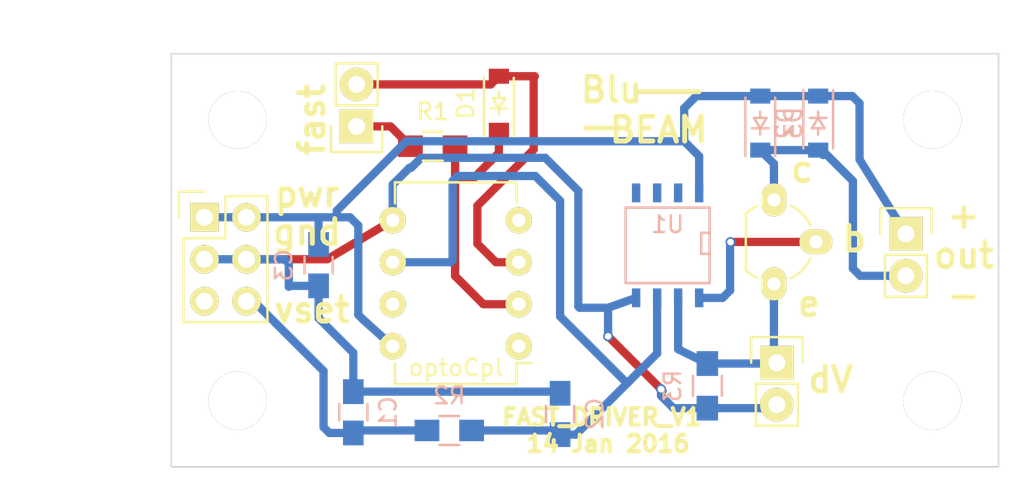
<source format=kicad_pcb>
(kicad_pcb (version 4) (host pcbnew 4.0.1-stable)

  (general
    (links 32)
    (no_connects 0)
    (area 89.191667 96.175 152.008334 127.27626)
    (thickness 1.6)
    (drawings 17)
    (tracks 118)
    (zones 0)
    (modules 20)
    (nets 17)
  )

  (page A4)
  (layers
    (0 F.Cu signal)
    (31 B.Cu signal)
    (32 B.Adhes user)
    (33 F.Adhes user)
    (34 B.Paste user)
    (35 F.Paste user)
    (36 B.SilkS user)
    (37 F.SilkS user)
    (38 B.Mask user)
    (39 F.Mask user)
    (40 Dwgs.User user)
    (41 Cmts.User user)
    (42 Eco1.User user)
    (43 Eco2.User user)
    (44 Edge.Cuts user)
    (45 Margin user)
    (46 B.CrtYd user)
    (47 F.CrtYd user)
    (48 B.Fab user)
    (49 F.Fab user)
  )

  (setup
    (last_trace_width 0.5)
    (trace_clearance 0.5)
    (zone_clearance 0.508)
    (zone_45_only no)
    (trace_min 0.2)
    (segment_width 0.2)
    (edge_width 0.1)
    (via_size 0.6)
    (via_drill 0.4)
    (via_min_size 0.4)
    (via_min_drill 0.3)
    (uvia_size 0.3)
    (uvia_drill 0.1)
    (uvias_allowed no)
    (uvia_min_size 0.2)
    (uvia_min_drill 0.1)
    (pcb_text_width 0.3)
    (pcb_text_size 1.5 1.5)
    (mod_edge_width 0.15)
    (mod_text_size 1 1)
    (mod_text_width 0.15)
    (pad_size 1.6 1.6)
    (pad_drill 0.8)
    (pad_to_mask_clearance 0)
    (aux_axis_origin 100 125)
    (grid_origin 100 125)
    (visible_elements 7FFFF7FF)
    (pcbplotparams
      (layerselection 0x01030_80000001)
      (usegerberextensions false)
      (excludeedgelayer true)
      (linewidth 0.100000)
      (plotframeref false)
      (viasonmask false)
      (mode 1)
      (useauxorigin false)
      (hpglpennumber 1)
      (hpglpenspeed 20)
      (hpglpendiameter 15)
      (hpglpenoverlay 2)
      (psnegative false)
      (psa4output false)
      (plotreference true)
      (plotvalue true)
      (plotinvisibletext false)
      (padsonsilk false)
      (subtractmaskfromsilk false)
      (outputformat 1)
      (mirror false)
      (drillshape 0)
      (scaleselection 1)
      (outputdirectory ""))
  )

  (net 0 "")
  (net 1 "Net-(P3-Pad1)")
  (net 2 "Net-(P4-Pad1)")
  (net 3 "Net-(P5-Pad1)")
  (net 4 "Net-(P6-Pad1)")
  (net 5 "Net-(6N136-Pad2)")
  (net 6 "Net-(6N136-Pad3)")
  (net 7 GND)
  (net 8 "Net-(6N136-Pad6)")
  (net 9 "Net-(6N136-Pad7)")
  (net 10 +5V)
  (net 11 "Net-(C1-Pad1)")
  (net 12 "Net-(D2-Pad2)")
  (net 13 "Net-(Q1-Pad2)")
  (net 14 "Net-(P1-Pad1)")
  (net 15 "Net-(P8-Pad1)")
  (net 16 "Net-(P2-Pad5)")

  (net_class Default "This is the default net class."
    (clearance 0.5)
    (trace_width 0.5)
    (via_dia 0.6)
    (via_drill 0.4)
    (uvia_dia 0.3)
    (uvia_drill 0.1)
    (add_net +5V)
    (add_net GND)
    (add_net "Net-(6N136-Pad2)")
    (add_net "Net-(6N136-Pad3)")
    (add_net "Net-(6N136-Pad6)")
    (add_net "Net-(6N136-Pad7)")
    (add_net "Net-(C1-Pad1)")
    (add_net "Net-(D2-Pad2)")
    (add_net "Net-(P1-Pad1)")
    (add_net "Net-(P2-Pad5)")
    (add_net "Net-(P3-Pad1)")
    (add_net "Net-(P4-Pad1)")
    (add_net "Net-(P5-Pad1)")
    (add_net "Net-(P6-Pad1)")
    (add_net "Net-(P8-Pad1)")
    (add_net "Net-(Q1-Pad2)")
  )

  (module Mounting_Holes:MountingHole_3-5mm (layer F.Cu) (tedit 569681A0) (tstamp 568FA86B)
    (at 146 121)
    (descr "Mounting hole, Befestigungsbohrung, 3,5mm, No Annular, Kein Restring,")
    (tags "Mounting hole, Befestigungsbohrung, 3,5mm, No Annular, Kein Restring,")
    (path /5696B357)
    (fp_text reference P3 (at 0.3 0.4) (layer F.SilkS) hide
      (effects (font (size 1 1) (thickness 0.15)))
    )
    (fp_text value CONN_01X01 (at 0 5.00126) (layer F.Fab)
      (effects (font (size 1 1) (thickness 0.15)))
    )
    (fp_circle (center 0 0) (end 3.5 0) (layer Cmts.User) (width 0.381))
    (pad 1 thru_hole circle (at 0 0) (size 3.5 3.5) (drill 3.5) (layers)
      (net 1 "Net-(P3-Pad1)"))
  )

  (module Mounting_Holes:MountingHole_3-5mm (layer F.Cu) (tedit 56968198) (tstamp 568FA86F)
    (at 104 121)
    (descr "Mounting hole, Befestigungsbohrung, 3,5mm, No Annular, Kein Restring,")
    (tags "Mounting hole, Befestigungsbohrung, 3,5mm, No Annular, Kein Restring,")
    (path /5696B398)
    (fp_text reference P4 (at 0 -0.3) (layer F.SilkS)
      (effects (font (size 1 1) (thickness 0.15)))
    )
    (fp_text value CONN_01X01 (at 0 5.00126) (layer F.Fab)
      (effects (font (size 1 1) (thickness 0.15)))
    )
    (fp_circle (center 0 0) (end 3.5 0) (layer Cmts.User) (width 0.381))
    (pad 1 thru_hole circle (at 0 0) (size 3.5 3.5) (drill 3.5) (layers)
      (net 2 "Net-(P4-Pad1)"))
  )

  (module Mounting_Holes:MountingHole_3-5mm (layer F.Cu) (tedit 5696817B) (tstamp 568FA873)
    (at 104 104)
    (descr "Mounting hole, Befestigungsbohrung, 3,5mm, No Annular, Kein Restring,")
    (tags "Mounting hole, Befestigungsbohrung, 3,5mm, No Annular, Kein Restring,")
    (path /5696B40F)
    (fp_text reference P5 (at 0 -4.50088) (layer F.SilkS) hide
      (effects (font (size 1 1) (thickness 0.15)))
    )
    (fp_text value CONN_01X01 (at -9.4 3) (layer F.Fab)
      (effects (font (size 1 1) (thickness 0.15)))
    )
    (fp_circle (center 0 0) (end 3.5 0) (layer Cmts.User) (width 0.381))
    (pad 1 thru_hole circle (at 0 0) (size 3.5 3.5) (drill 3.5) (layers)
      (net 3 "Net-(P5-Pad1)"))
  )

  (module Mounting_Holes:MountingHole_3-5mm (layer F.Cu) (tedit 5696816F) (tstamp 568FA877)
    (at 146 104)
    (descr "Mounting hole, Befestigungsbohrung, 3,5mm, No Annular, Kein Restring,")
    (tags "Mounting hole, Befestigungsbohrung, 3,5mm, No Annular, Kein Restring,")
    (path /5696B48C)
    (fp_text reference P6 (at 0 -4.50088) (layer F.SilkS) hide
      (effects (font (size 1 1) (thickness 0.15)))
    )
    (fp_text value CONN_01X01 (at 0.6 -6) (layer F.Fab)
      (effects (font (size 1 1) (thickness 0.15)))
    )
    (fp_circle (center 0 0) (end 3.5 0) (layer Cmts.User) (width 0.381))
    (pad 1 thru_hole circle (at 0 0) (size 3.5 3.5) (drill 3.5) (layers)
      (net 4 "Net-(P6-Pad1)"))
  )

  (module Housings_DIP:DIP-8_W7.62mm (layer F.Cu) (tedit 5697C026) (tstamp 56967E36)
    (at 121 117.7 180)
    (descr "8-lead dip package, row spacing 7.62 mm (300 mils)")
    (tags "dil dip 2.54 300")
    (path /56967159)
    (fp_text reference optoCpl (at 3.8 -1.3 180) (layer F.SilkS)
      (effects (font (size 1 1) (thickness 0.15)))
    )
    (fp_text value optoCoupler (at 0 -3.72 180) (layer F.Fab)
      (effects (font (size 1 1) (thickness 0.15)))
    )
    (fp_line (start -1.05 -2.45) (end -1.05 10.1) (layer F.CrtYd) (width 0.05))
    (fp_line (start 8.65 -2.45) (end 8.65 10.1) (layer F.CrtYd) (width 0.05))
    (fp_line (start -1.05 -2.45) (end 8.65 -2.45) (layer F.CrtYd) (width 0.05))
    (fp_line (start -1.05 10.1) (end 8.65 10.1) (layer F.CrtYd) (width 0.05))
    (fp_line (start 0.135 -2.295) (end 0.135 -1.025) (layer F.SilkS) (width 0.15))
    (fp_line (start 7.485 -2.295) (end 7.485 -1.025) (layer F.SilkS) (width 0.15))
    (fp_line (start 7.485 9.915) (end 7.485 8.645) (layer F.SilkS) (width 0.15))
    (fp_line (start 0.135 9.915) (end 0.135 8.645) (layer F.SilkS) (width 0.15))
    (fp_line (start 0.135 -2.295) (end 7.485 -2.295) (layer F.SilkS) (width 0.15))
    (fp_line (start 0.135 9.915) (end 7.485 9.915) (layer F.SilkS) (width 0.15))
    (fp_line (start 0.135 -1.025) (end -0.8 -1.025) (layer F.SilkS) (width 0.15))
    (pad 1 thru_hole oval (at 0 0 180) (size 1.6 1.6) (drill 0.8) (layers *.Cu *.Mask F.SilkS))
    (pad 2 thru_hole oval (at 0 2.54 180) (size 1.6 1.6) (drill 0.8) (layers *.Cu *.Mask F.SilkS)
      (net 5 "Net-(6N136-Pad2)"))
    (pad 3 thru_hole oval (at 0 5.08 180) (size 1.6 1.6) (drill 0.8) (layers *.Cu *.Mask F.SilkS)
      (net 6 "Net-(6N136-Pad3)"))
    (pad 4 thru_hole oval (at 0 7.62 180) (size 1.6 1.6) (drill 0.8) (layers *.Cu *.Mask F.SilkS))
    (pad 5 thru_hole oval (at 7.62 7.62 180) (size 1.6 1.6) (drill 0.8) (layers *.Cu *.Mask F.SilkS)
      (net 7 GND))
    (pad Vset thru_hole oval (at 7.62 5.08 180) (size 1.6 1.6) (drill 0.8) (layers *.Cu *.Mask F.SilkS)
      (net 8 "Net-(6N136-Pad6)"))
    (pad 7 thru_hole oval (at 7.62 2.54 180) (size 1.6 1.6) (drill 0.8) (layers *.Cu *.Mask F.SilkS)
      (net 9 "Net-(6N136-Pad7)"))
    (pad 8 thru_hole oval (at 7.62 0 180) (size 1.6 1.6) (drill 0.8) (layers *.Cu *.Mask F.SilkS)
      (net 10 +5V))
    (model Housings_DIP.3dshapes/DIP-8_W7.62mm.wrl
      (at (xyz 0 0 0))
      (scale (xyz 1 1 1))
      (rotate (xyz 0 0 0))
    )
  )

  (module Capacitors_SMD:C_0805_HandSoldering (layer B.Cu) (tedit 541A9B8D) (tstamp 56967E42)
    (at 111 121.7 90)
    (descr "Capacitor SMD 0805, hand soldering")
    (tags "capacitor 0805")
    (path /56967F4A)
    (attr smd)
    (fp_text reference C1 (at 0 2.1 90) (layer B.SilkS)
      (effects (font (size 1 1) (thickness 0.15)) (justify mirror))
    )
    (fp_text value 100nF (at 0 -2.1 90) (layer B.Fab)
      (effects (font (size 1 1) (thickness 0.15)) (justify mirror))
    )
    (fp_line (start -2.3 1) (end 2.3 1) (layer B.CrtYd) (width 0.05))
    (fp_line (start -2.3 -1) (end 2.3 -1) (layer B.CrtYd) (width 0.05))
    (fp_line (start -2.3 1) (end -2.3 -1) (layer B.CrtYd) (width 0.05))
    (fp_line (start 2.3 1) (end 2.3 -1) (layer B.CrtYd) (width 0.05))
    (fp_line (start 0.5 0.85) (end -0.5 0.85) (layer B.SilkS) (width 0.15))
    (fp_line (start -0.5 -0.85) (end 0.5 -0.85) (layer B.SilkS) (width 0.15))
    (pad 1 smd rect (at -1.25 0 90) (size 1.5 1.25) (layers B.Cu B.Paste B.Mask)
      (net 11 "Net-(C1-Pad1)"))
    (pad 2 smd rect (at 1.25 0 90) (size 1.5 1.25) (layers B.Cu B.Paste B.Mask)
      (net 7 GND))
    (model Capacitors_SMD.3dshapes/C_0805_HandSoldering.wrl
      (at (xyz 0 0 0))
      (scale (xyz 1 1 1))
      (rotate (xyz 0 0 0))
    )
  )

  (module Capacitors_SMD:C_0805_HandSoldering (layer B.Cu) (tedit 56968ABE) (tstamp 56967E4E)
    (at 123.5 121.8 90)
    (descr "Capacitor SMD 0805, hand soldering")
    (tags "capacitor 0805")
    (path /56967FAD)
    (attr smd)
    (fp_text reference C2 (at 0 2.1 90) (layer B.SilkS)
      (effects (font (size 1 1) (thickness 0.15)) (justify mirror))
    )
    (fp_text value 100nF (at 6.8 -0.4 90) (layer B.Fab)
      (effects (font (size 1 1) (thickness 0.15)) (justify mirror))
    )
    (fp_line (start -2.3 1) (end 2.3 1) (layer B.CrtYd) (width 0.05))
    (fp_line (start -2.3 -1) (end 2.3 -1) (layer B.CrtYd) (width 0.05))
    (fp_line (start -2.3 1) (end -2.3 -1) (layer B.CrtYd) (width 0.05))
    (fp_line (start 2.3 1) (end 2.3 -1) (layer B.CrtYd) (width 0.05))
    (fp_line (start 0.5 0.85) (end -0.5 0.85) (layer B.SilkS) (width 0.15))
    (fp_line (start -0.5 -0.85) (end 0.5 -0.85) (layer B.SilkS) (width 0.15))
    (pad 1 smd rect (at -1.25 0 90) (size 1.5 1.25) (layers B.Cu B.Paste B.Mask)
      (net 8 "Net-(6N136-Pad6)"))
    (pad 2 smd rect (at 1.25 0 90) (size 1.5 1.25) (layers B.Cu B.Paste B.Mask)
      (net 7 GND))
    (model Capacitors_SMD.3dshapes/C_0805_HandSoldering.wrl
      (at (xyz 0 0 0))
      (scale (xyz 1 1 1))
      (rotate (xyz 0 0 0))
    )
  )

  (module Capacitors_SMD:C_0805_HandSoldering (layer B.Cu) (tedit 541A9B8D) (tstamp 56967E5A)
    (at 108.9 112.8 270)
    (descr "Capacitor SMD 0805, hand soldering")
    (tags "capacitor 0805")
    (path /56967C0C)
    (attr smd)
    (fp_text reference C3 (at 0 2.1 270) (layer B.SilkS)
      (effects (font (size 1 1) (thickness 0.15)) (justify mirror))
    )
    (fp_text value 100nF (at 0 -2.1 270) (layer B.Fab)
      (effects (font (size 1 1) (thickness 0.15)) (justify mirror))
    )
    (fp_line (start -2.3 1) (end 2.3 1) (layer B.CrtYd) (width 0.05))
    (fp_line (start -2.3 -1) (end 2.3 -1) (layer B.CrtYd) (width 0.05))
    (fp_line (start -2.3 1) (end -2.3 -1) (layer B.CrtYd) (width 0.05))
    (fp_line (start 2.3 1) (end 2.3 -1) (layer B.CrtYd) (width 0.05))
    (fp_line (start 0.5 0.85) (end -0.5 0.85) (layer B.SilkS) (width 0.15))
    (fp_line (start -0.5 -0.85) (end 0.5 -0.85) (layer B.SilkS) (width 0.15))
    (pad 1 smd rect (at -1.25 0 270) (size 1.5 1.25) (layers B.Cu B.Paste B.Mask)
      (net 10 +5V))
    (pad 2 smd rect (at 1.25 0 270) (size 1.5 1.25) (layers B.Cu B.Paste B.Mask)
      (net 7 GND))
    (model Capacitors_SMD.3dshapes/C_0805_HandSoldering.wrl
      (at (xyz 0 0 0))
      (scale (xyz 1 1 1))
      (rotate (xyz 0 0 0))
    )
  )

  (module Resistors_SMD:R_0805_HandSoldering (layer F.Cu) (tedit 54189DEE) (tstamp 56967ECE)
    (at 115.8 105.6)
    (descr "Resistor SMD 0805, hand soldering")
    (tags "resistor 0805")
    (path /56967389)
    (attr smd)
    (fp_text reference R1 (at 0 -2.1) (layer F.SilkS)
      (effects (font (size 1 1) (thickness 0.15)))
    )
    (fp_text value 180 (at 0 2.1) (layer F.Fab)
      (effects (font (size 1 1) (thickness 0.15)))
    )
    (fp_line (start -2.4 -1) (end 2.4 -1) (layer F.CrtYd) (width 0.05))
    (fp_line (start -2.4 1) (end 2.4 1) (layer F.CrtYd) (width 0.05))
    (fp_line (start -2.4 -1) (end -2.4 1) (layer F.CrtYd) (width 0.05))
    (fp_line (start 2.4 -1) (end 2.4 1) (layer F.CrtYd) (width 0.05))
    (fp_line (start 0.6 0.875) (end -0.6 0.875) (layer F.SilkS) (width 0.15))
    (fp_line (start -0.6 -0.875) (end 0.6 -0.875) (layer F.SilkS) (width 0.15))
    (pad 1 smd rect (at -1.35 0) (size 1.5 1.3) (layers F.Cu F.Paste F.Mask)
      (net 14 "Net-(P1-Pad1)"))
    (pad 2 smd rect (at 1.35 0) (size 1.5 1.3) (layers F.Cu F.Paste F.Mask)
      (net 5 "Net-(6N136-Pad2)"))
    (model Resistors_SMD.3dshapes/R_0805_HandSoldering.wrl
      (at (xyz 0 0 0))
      (scale (xyz 1 1 1))
      (rotate (xyz 0 0 0))
    )
  )

  (module Resistors_SMD:R_0805_HandSoldering (layer B.Cu) (tedit 54189DEE) (tstamp 56967EDA)
    (at 116.8 122.8 180)
    (descr "Resistor SMD 0805, hand soldering")
    (tags "resistor 0805")
    (path /56968014)
    (attr smd)
    (fp_text reference R2 (at 0 2.1 180) (layer B.SilkS)
      (effects (font (size 1 1) (thickness 0.15)) (justify mirror))
    )
    (fp_text value 1k (at 0 -2.1 180) (layer B.Fab)
      (effects (font (size 1 1) (thickness 0.15)) (justify mirror))
    )
    (fp_line (start -2.4 1) (end 2.4 1) (layer B.CrtYd) (width 0.05))
    (fp_line (start -2.4 -1) (end 2.4 -1) (layer B.CrtYd) (width 0.05))
    (fp_line (start -2.4 1) (end -2.4 -1) (layer B.CrtYd) (width 0.05))
    (fp_line (start 2.4 1) (end 2.4 -1) (layer B.CrtYd) (width 0.05))
    (fp_line (start 0.6 -0.875) (end -0.6 -0.875) (layer B.SilkS) (width 0.15))
    (fp_line (start -0.6 0.875) (end 0.6 0.875) (layer B.SilkS) (width 0.15))
    (pad 1 smd rect (at -1.35 0 180) (size 1.5 1.3) (layers B.Cu B.Paste B.Mask)
      (net 8 "Net-(6N136-Pad6)"))
    (pad 2 smd rect (at 1.35 0 180) (size 1.5 1.3) (layers B.Cu B.Paste B.Mask)
      (net 11 "Net-(C1-Pad1)"))
    (model Resistors_SMD.3dshapes/R_0805_HandSoldering.wrl
      (at (xyz 0 0 0))
      (scale (xyz 1 1 1))
      (rotate (xyz 0 0 0))
    )
  )

  (module Resistors_SMD:R_0805_HandSoldering (layer B.Cu) (tedit 54189DEE) (tstamp 56967EE6)
    (at 132.4 120.1 270)
    (descr "Resistor SMD 0805, hand soldering")
    (tags "resistor 0805")
    (path /569681DD)
    (attr smd)
    (fp_text reference R3 (at 0 2.1 270) (layer B.SilkS)
      (effects (font (size 1 1) (thickness 0.15)) (justify mirror))
    )
    (fp_text value 100 (at 0 -2.1 270) (layer B.Fab)
      (effects (font (size 1 1) (thickness 0.15)) (justify mirror))
    )
    (fp_line (start -2.4 1) (end 2.4 1) (layer B.CrtYd) (width 0.05))
    (fp_line (start -2.4 -1) (end 2.4 -1) (layer B.CrtYd) (width 0.05))
    (fp_line (start -2.4 1) (end -2.4 -1) (layer B.CrtYd) (width 0.05))
    (fp_line (start 2.4 1) (end 2.4 -1) (layer B.CrtYd) (width 0.05))
    (fp_line (start 0.6 -0.875) (end -0.6 -0.875) (layer B.SilkS) (width 0.15))
    (fp_line (start -0.6 0.875) (end 0.6 0.875) (layer B.SilkS) (width 0.15))
    (pad 1 smd rect (at -1.35 0 270) (size 1.5 1.3) (layers B.Cu B.Paste B.Mask)
      (net 15 "Net-(P8-Pad1)"))
    (pad 2 smd rect (at 1.35 0 270) (size 1.5 1.3) (layers B.Cu B.Paste B.Mask)
      (net 7 GND))
    (model Resistors_SMD.3dshapes/R_0805_HandSoldering.wrl
      (at (xyz 0 0 0))
      (scale (xyz 1 1 1))
      (rotate (xyz 0 0 0))
    )
  )

  (module Pin_Headers:Pin_Header_Straight_1x02 (layer F.Cu) (tedit 5697DB70) (tstamp 56968672)
    (at 111.2 104.4 180)
    (descr "Through hole pin header")
    (tags "pin header")
    (path /5696BD40)
    (fp_text reference P1 (at -0.1 0.2 180) (layer F.SilkS)
      (effects (font (size 1 1) (thickness 0.15)))
    )
    (fp_text value CONN_01X02 (at -14.7 6.8 180) (layer F.Fab)
      (effects (font (size 1 1) (thickness 0.15)))
    )
    (fp_line (start 1.27 1.27) (end 1.27 3.81) (layer F.SilkS) (width 0.15))
    (fp_line (start 1.55 -1.55) (end 1.55 0) (layer F.SilkS) (width 0.15))
    (fp_line (start -1.75 -1.75) (end -1.75 4.3) (layer F.CrtYd) (width 0.05))
    (fp_line (start 1.75 -1.75) (end 1.75 4.3) (layer F.CrtYd) (width 0.05))
    (fp_line (start -1.75 -1.75) (end 1.75 -1.75) (layer F.CrtYd) (width 0.05))
    (fp_line (start -1.75 4.3) (end 1.75 4.3) (layer F.CrtYd) (width 0.05))
    (fp_line (start 1.27 1.27) (end -1.27 1.27) (layer F.SilkS) (width 0.15))
    (fp_line (start -1.55 0) (end -1.55 -1.55) (layer F.SilkS) (width 0.15))
    (fp_line (start -1.55 -1.55) (end 1.55 -1.55) (layer F.SilkS) (width 0.15))
    (fp_line (start -1.27 1.27) (end -1.27 3.81) (layer F.SilkS) (width 0.15))
    (fp_line (start -1.27 3.81) (end 1.27 3.81) (layer F.SilkS) (width 0.15))
    (pad 1 thru_hole rect (at 0 0 180) (size 2.032 2.032) (drill 1.016) (layers *.Cu *.Mask F.SilkS)
      (net 14 "Net-(P1-Pad1)"))
    (pad 2 thru_hole oval (at 0 2.54 180) (size 2.032 2.032) (drill 1.016) (layers *.Cu *.Mask F.SilkS)
      (net 6 "Net-(6N136-Pad3)"))
    (model Pin_Headers.3dshapes/Pin_Header_Straight_1x02.wrl
      (at (xyz 0 -0.05 0))
      (scale (xyz 1 1 1))
      (rotate (xyz 0 0 90))
    )
  )

  (module Pin_Headers:Pin_Header_Straight_1x02 (layer F.Cu) (tedit 5697DD91) (tstamp 569686B5)
    (at 136.6 118.7)
    (descr "Through hole pin header")
    (tags "pin header")
    (path /5696C9DA)
    (fp_text reference P8 (at 1.05 -20.875) (layer Cmts.User)
      (effects (font (size 1 1) (thickness 0.15)))
    )
    (fp_text value CONN_01X02 (at 0 -3.1) (layer F.Fab)
      (effects (font (size 1 1) (thickness 0.15)))
    )
    (fp_line (start 1.27 1.27) (end 1.27 3.81) (layer F.SilkS) (width 0.15))
    (fp_line (start 1.55 -1.55) (end 1.55 0) (layer F.SilkS) (width 0.15))
    (fp_line (start -1.75 -1.75) (end -1.75 4.3) (layer F.CrtYd) (width 0.05))
    (fp_line (start 1.75 -1.75) (end 1.75 4.3) (layer F.CrtYd) (width 0.05))
    (fp_line (start -1.75 -1.75) (end 1.75 -1.75) (layer F.CrtYd) (width 0.05))
    (fp_line (start -1.75 4.3) (end 1.75 4.3) (layer F.CrtYd) (width 0.05))
    (fp_line (start 1.27 1.27) (end -1.27 1.27) (layer F.SilkS) (width 0.15))
    (fp_line (start -1.55 0) (end -1.55 -1.55) (layer F.SilkS) (width 0.15))
    (fp_line (start -1.55 -1.55) (end 1.55 -1.55) (layer F.SilkS) (width 0.15))
    (fp_line (start -1.27 1.27) (end -1.27 3.81) (layer F.SilkS) (width 0.15))
    (fp_line (start -1.27 3.81) (end 1.27 3.81) (layer F.SilkS) (width 0.15))
    (pad 1 thru_hole rect (at 0 0) (size 2.032 2.032) (drill 1.016) (layers *.Cu *.Mask F.SilkS)
      (net 15 "Net-(P8-Pad1)"))
    (pad 2 thru_hole oval (at 0 2.54) (size 2.032 2.032) (drill 1.016) (layers *.Cu *.Mask F.SilkS)
      (net 7 GND))
    (model Pin_Headers.3dshapes/Pin_Header_Straight_1x02.wrl
      (at (xyz 0 -0.05 0))
      (scale (xyz 1 1 1))
      (rotate (xyz 0 0 90))
    )
  )

  (module Diodes_SMD:SOD-123 (layer B.Cu) (tedit 5530FCB9) (tstamp 56968CA3)
    (at 139.1 104.2 270)
    (descr SOD-123)
    (tags SOD-123)
    (path /5696825E)
    (attr smd)
    (fp_text reference D2 (at 0 2 270) (layer B.SilkS)
      (effects (font (size 1 1) (thickness 0.15)) (justify mirror))
    )
    (fp_text value ZENER (at 0 -2.1 270) (layer B.Fab)
      (effects (font (size 1 1) (thickness 0.15)) (justify mirror))
    )
    (fp_line (start 0.3175 0) (end 0.6985 0) (layer B.SilkS) (width 0.15))
    (fp_line (start -0.6985 0) (end -0.3175 0) (layer B.SilkS) (width 0.15))
    (fp_line (start -0.3175 0) (end 0.3175 0.381) (layer B.SilkS) (width 0.15))
    (fp_line (start 0.3175 0.381) (end 0.3175 -0.381) (layer B.SilkS) (width 0.15))
    (fp_line (start 0.3175 -0.381) (end -0.3175 0) (layer B.SilkS) (width 0.15))
    (fp_line (start -0.3175 0.508) (end -0.3175 -0.508) (layer B.SilkS) (width 0.15))
    (fp_line (start -2.25 1.05) (end 2.25 1.05) (layer B.CrtYd) (width 0.05))
    (fp_line (start 2.25 1.05) (end 2.25 -1.05) (layer B.CrtYd) (width 0.05))
    (fp_line (start 2.25 -1.05) (end -2.25 -1.05) (layer B.CrtYd) (width 0.05))
    (fp_line (start -2.25 1.05) (end -2.25 -1.05) (layer B.CrtYd) (width 0.05))
    (fp_line (start -2 -0.9) (end 1.54 -0.9) (layer B.SilkS) (width 0.15))
    (fp_line (start -2 0.9) (end 1.54 0.9) (layer B.SilkS) (width 0.15))
    (pad 1 smd rect (at -1.635 0 270) (size 0.91 1.22) (layers B.Cu B.Paste B.Mask)
      (net 10 +5V))
    (pad 2 smd rect (at 1.635 0 270) (size 0.91 1.22) (layers B.Cu B.Paste B.Mask)
      (net 12 "Net-(D2-Pad2)"))
  )

  (module Diodes_SMD:SOD-123 (layer B.Cu) (tedit 5530FCB9) (tstamp 56968CB4)
    (at 135.6 104.2 90)
    (descr SOD-123)
    (tags SOD-123)
    (path /569682CB)
    (attr smd)
    (fp_text reference D3 (at 0 2 90) (layer B.SilkS)
      (effects (font (size 1 1) (thickness 0.15)) (justify mirror))
    )
    (fp_text value ZENER (at 0 -2.1 90) (layer B.Fab)
      (effects (font (size 1 1) (thickness 0.15)) (justify mirror))
    )
    (fp_line (start 0.3175 0) (end 0.6985 0) (layer B.SilkS) (width 0.15))
    (fp_line (start -0.6985 0) (end -0.3175 0) (layer B.SilkS) (width 0.15))
    (fp_line (start -0.3175 0) (end 0.3175 0.381) (layer B.SilkS) (width 0.15))
    (fp_line (start 0.3175 0.381) (end 0.3175 -0.381) (layer B.SilkS) (width 0.15))
    (fp_line (start 0.3175 -0.381) (end -0.3175 0) (layer B.SilkS) (width 0.15))
    (fp_line (start -0.3175 0.508) (end -0.3175 -0.508) (layer B.SilkS) (width 0.15))
    (fp_line (start -2.25 1.05) (end 2.25 1.05) (layer B.CrtYd) (width 0.05))
    (fp_line (start 2.25 1.05) (end 2.25 -1.05) (layer B.CrtYd) (width 0.05))
    (fp_line (start 2.25 -1.05) (end -2.25 -1.05) (layer B.CrtYd) (width 0.05))
    (fp_line (start -2.25 1.05) (end -2.25 -1.05) (layer B.CrtYd) (width 0.05))
    (fp_line (start -2 -0.9) (end 1.54 -0.9) (layer B.SilkS) (width 0.15))
    (fp_line (start -2 0.9) (end 1.54 0.9) (layer B.SilkS) (width 0.15))
    (pad 1 smd rect (at -1.635 0 90) (size 0.91 1.22) (layers B.Cu B.Paste B.Mask)
      (net 12 "Net-(D2-Pad2)"))
    (pad 2 smd rect (at 1.635 0 90) (size 0.91 1.22) (layers B.Cu B.Paste B.Mask)
      (net 10 +5V))
  )

  (module Diodes_SMD:SOD-123 (layer F.Cu) (tedit 5530FCB9) (tstamp 5697BB15)
    (at 119.8 103 90)
    (descr SOD-123)
    (tags SOD-123)
    (path /5696743C)
    (attr smd)
    (fp_text reference D1 (at 0 -2 90) (layer F.SilkS)
      (effects (font (size 1 1) (thickness 0.15)))
    )
    (fp_text value D (at 0 2.1 90) (layer F.Fab)
      (effects (font (size 1 1) (thickness 0.15)))
    )
    (fp_line (start 0.3175 0) (end 0.6985 0) (layer F.SilkS) (width 0.15))
    (fp_line (start -0.6985 0) (end -0.3175 0) (layer F.SilkS) (width 0.15))
    (fp_line (start -0.3175 0) (end 0.3175 -0.381) (layer F.SilkS) (width 0.15))
    (fp_line (start 0.3175 -0.381) (end 0.3175 0.381) (layer F.SilkS) (width 0.15))
    (fp_line (start 0.3175 0.381) (end -0.3175 0) (layer F.SilkS) (width 0.15))
    (fp_line (start -0.3175 -0.508) (end -0.3175 0.508) (layer F.SilkS) (width 0.15))
    (fp_line (start -2.25 -1.05) (end 2.25 -1.05) (layer F.CrtYd) (width 0.05))
    (fp_line (start 2.25 -1.05) (end 2.25 1.05) (layer F.CrtYd) (width 0.05))
    (fp_line (start 2.25 1.05) (end -2.25 1.05) (layer F.CrtYd) (width 0.05))
    (fp_line (start -2.25 -1.05) (end -2.25 1.05) (layer F.CrtYd) (width 0.05))
    (fp_line (start -2 0.9) (end 1.54 0.9) (layer F.SilkS) (width 0.15))
    (fp_line (start -2 -0.9) (end 1.54 -0.9) (layer F.SilkS) (width 0.15))
    (pad 1 smd rect (at -1.635 0 90) (size 0.91 1.22) (layers F.Cu F.Paste F.Mask)
      (net 5 "Net-(6N136-Pad2)"))
    (pad 2 smd rect (at 1.635 0 90) (size 0.91 1.22) (layers F.Cu F.Paste F.Mask)
      (net 6 "Net-(6N136-Pad3)"))
  )

  (module Pin_Headers:Pin_Header_Straight_2x03 (layer F.Cu) (tedit 5697DB88) (tstamp 5697BB1A)
    (at 102 109.9)
    (descr "Through hole pin header")
    (tags "pin header")
    (path /5697C09D)
    (fp_text reference P2 (at 2 -6) (layer F.SilkS)
      (effects (font (size 1 1) (thickness 0.15)))
    )
    (fp_text value CONN_02X03 (at 0 -3.1) (layer F.Fab)
      (effects (font (size 1 1) (thickness 0.15)))
    )
    (fp_line (start -1.27 1.27) (end -1.27 6.35) (layer F.SilkS) (width 0.15))
    (fp_line (start -1.55 -1.55) (end 0 -1.55) (layer F.SilkS) (width 0.15))
    (fp_line (start -1.75 -1.75) (end -1.75 6.85) (layer F.CrtYd) (width 0.05))
    (fp_line (start 4.3 -1.75) (end 4.3 6.85) (layer F.CrtYd) (width 0.05))
    (fp_line (start -1.75 -1.75) (end 4.3 -1.75) (layer F.CrtYd) (width 0.05))
    (fp_line (start -1.75 6.85) (end 4.3 6.85) (layer F.CrtYd) (width 0.05))
    (fp_line (start 1.27 -1.27) (end 1.27 1.27) (layer F.SilkS) (width 0.15))
    (fp_line (start 1.27 1.27) (end -1.27 1.27) (layer F.SilkS) (width 0.15))
    (fp_line (start -1.27 6.35) (end 3.81 6.35) (layer F.SilkS) (width 0.15))
    (fp_line (start 3.81 6.35) (end 3.81 1.27) (layer F.SilkS) (width 0.15))
    (fp_line (start -1.55 -1.55) (end -1.55 0) (layer F.SilkS) (width 0.15))
    (fp_line (start 3.81 -1.27) (end 1.27 -1.27) (layer F.SilkS) (width 0.15))
    (fp_line (start 3.81 1.27) (end 3.81 -1.27) (layer F.SilkS) (width 0.15))
    (pad 1 thru_hole rect (at 0 0) (size 1.7272 1.7272) (drill 1.016) (layers *.Cu *.Mask F.SilkS)
      (net 10 +5V))
    (pad 2 thru_hole oval (at 2.54 0) (size 1.7272 1.7272) (drill 1.016) (layers *.Cu *.Mask F.SilkS)
      (net 10 +5V))
    (pad 3 thru_hole oval (at 0 2.54) (size 1.7272 1.7272) (drill 1.016) (layers *.Cu *.Mask F.SilkS)
      (net 7 GND))
    (pad 4 thru_hole oval (at 2.54 2.54) (size 1.7272 1.7272) (drill 1.016) (layers *.Cu *.Mask F.SilkS)
      (net 7 GND))
    (pad 5 thru_hole oval (at 0 5.08) (size 1.7272 1.7272) (drill 1.016) (layers *.Cu *.Mask F.SilkS)
      (net 16 "Net-(P2-Pad5)"))
    (pad 6 thru_hole oval (at 2.54 5.08) (size 1.7272 1.7272) (drill 1.016) (layers *.Cu *.Mask F.SilkS)
      (net 11 "Net-(C1-Pad1)"))
    (model Pin_Headers.3dshapes/Pin_Header_Straight_2x03.wrl
      (at (xyz 0.05 -0.1 0))
      (scale (xyz 1 1 1))
      (rotate (xyz 0 0 90))
    )
  )

  (module Pin_Headers:Pin_Header_Straight_1x02 (layer F.Cu) (tedit 5697DB90) (tstamp 5697BB23)
    (at 144.4 110.9)
    (descr "Through hole pin header")
    (tags "pin header")
    (path /5697B896)
    (fp_text reference P7 (at 1.6 -6.8) (layer F.SilkS)
      (effects (font (size 1 1) (thickness 0.15)))
    )
    (fp_text value CONN_01X02 (at 0 -3.1) (layer F.Fab)
      (effects (font (size 1 1) (thickness 0.15)))
    )
    (fp_line (start 1.27 1.27) (end 1.27 3.81) (layer F.SilkS) (width 0.15))
    (fp_line (start 1.55 -1.55) (end 1.55 0) (layer F.SilkS) (width 0.15))
    (fp_line (start -1.75 -1.75) (end -1.75 4.3) (layer F.CrtYd) (width 0.05))
    (fp_line (start 1.75 -1.75) (end 1.75 4.3) (layer F.CrtYd) (width 0.05))
    (fp_line (start -1.75 -1.75) (end 1.75 -1.75) (layer F.CrtYd) (width 0.05))
    (fp_line (start -1.75 4.3) (end 1.75 4.3) (layer F.CrtYd) (width 0.05))
    (fp_line (start 1.27 1.27) (end -1.27 1.27) (layer F.SilkS) (width 0.15))
    (fp_line (start -1.55 0) (end -1.55 -1.55) (layer F.SilkS) (width 0.15))
    (fp_line (start -1.55 -1.55) (end 1.55 -1.55) (layer F.SilkS) (width 0.15))
    (fp_line (start -1.27 1.27) (end -1.27 3.81) (layer F.SilkS) (width 0.15))
    (fp_line (start -1.27 3.81) (end 1.27 3.81) (layer F.SilkS) (width 0.15))
    (pad 1 thru_hole rect (at 0 0) (size 2.032 2.032) (drill 1.016) (layers *.Cu *.Mask F.SilkS)
      (net 10 +5V))
    (pad 2 thru_hole oval (at 0 2.54) (size 2.032 2.032) (drill 1.016) (layers *.Cu *.Mask F.SilkS)
      (net 12 "Net-(D2-Pad2)"))
    (model Pin_Headers.3dshapes/Pin_Header_Straight_1x02.wrl
      (at (xyz 0 -0.05 0))
      (scale (xyz 1 1 1))
      (rotate (xyz 0 0 90))
    )
  )

  (module SMD_Packages:SOIC-8-N (layer B.Cu) (tedit 0) (tstamp 5697BB2E)
    (at 130 111.6 180)
    (descr "Module Narrow CMS SOJ 8 pins large")
    (tags "CMS SOJ")
    (path /56967DA2)
    (attr smd)
    (fp_text reference U1 (at 0 1.27 180) (layer B.SilkS)
      (effects (font (size 1 1) (thickness 0.15)) (justify mirror))
    )
    (fp_text value OpAmp (at 0 -1.27 180) (layer B.Fab)
      (effects (font (size 1 1) (thickness 0.15)) (justify mirror))
    )
    (fp_line (start -2.54 2.286) (end 2.54 2.286) (layer B.SilkS) (width 0.15))
    (fp_line (start 2.54 2.286) (end 2.54 -2.286) (layer B.SilkS) (width 0.15))
    (fp_line (start 2.54 -2.286) (end -2.54 -2.286) (layer B.SilkS) (width 0.15))
    (fp_line (start -2.54 -2.286) (end -2.54 2.286) (layer B.SilkS) (width 0.15))
    (fp_line (start -2.54 0.762) (end -2.032 0.762) (layer B.SilkS) (width 0.15))
    (fp_line (start -2.032 0.762) (end -2.032 -0.508) (layer B.SilkS) (width 0.15))
    (fp_line (start -2.032 -0.508) (end -2.54 -0.508) (layer B.SilkS) (width 0.15))
    (pad 8 smd rect (at -1.905 3.175 180) (size 0.508 1.143) (layers B.Cu B.Paste B.Mask)
      (net 10 +5V))
    (pad 7 smd rect (at -0.635 3.175 180) (size 0.508 1.143) (layers B.Cu B.Paste B.Mask))
    (pad 6 smd rect (at 0.635 3.175 180) (size 0.508 1.143) (layers B.Cu B.Paste B.Mask))
    (pad 5 smd rect (at 1.905 3.175 180) (size 0.508 1.143) (layers B.Cu B.Paste B.Mask))
    (pad 4 smd rect (at 1.905 -3.175 180) (size 0.508 1.143) (layers B.Cu B.Paste B.Mask)
      (net 7 GND))
    (pad 3 smd rect (at 0.635 -3.175 180) (size 0.508 1.143) (layers B.Cu B.Paste B.Mask)
      (net 8 "Net-(6N136-Pad6)"))
    (pad 2 smd rect (at -0.635 -3.175 180) (size 0.508 1.143) (layers B.Cu B.Paste B.Mask)
      (net 15 "Net-(P8-Pad1)"))
    (pad 1 smd rect (at -1.905 -3.175 180) (size 0.508 1.143) (layers B.Cu B.Paste B.Mask)
      (net 13 "Net-(Q1-Pad2)"))
    (model SMD_Packages.3dshapes/SOIC-8-N.wrl
      (at (xyz 0 0 0))
      (scale (xyz 0.5 0.38 0.5))
      (rotate (xyz 0 0 0))
    )
  )

  (module TO_SOT_Packages_THT:TO-92_Molded_Wide_Oval (layer F.Cu) (tedit 5697DD96) (tstamp 5697DA88)
    (at 136.425 108.85 270)
    (descr "TO-92 leads molded, wide, oval pads, drill 0.8mm (see NXP sot054_po.pdf)")
    (tags "to-92 sc-43 sc-43a sot54 PA33 transistor")
    (path /569681A4)
    (fp_text reference Q1 (at -10.75 -2.825 270) (layer Cmts.User)
      (effects (font (size 1 1) (thickness 0.15)))
    )
    (fp_text value BJT (at 0 3 270) (layer F.Fab)
      (effects (font (size 1 1) (thickness 0.15)))
    )
    (fp_arc (start 2.54 0) (end 0.34 -1) (angle 41.11209044) (layer F.SilkS) (width 0.15))
    (fp_arc (start 2.54 0) (end 4.74 -1) (angle -41.11210221) (layer F.SilkS) (width 0.15))
    (fp_arc (start 2.54 0) (end 0.84 1.7) (angle 20.5) (layer F.SilkS) (width 0.15))
    (fp_arc (start 2.54 0) (end 4.24 1.7) (angle -20.5) (layer F.SilkS) (width 0.15))
    (fp_line (start -1.25 1.95) (end -1.25 -3.8) (layer F.CrtYd) (width 0.05))
    (fp_line (start -1.25 1.95) (end 6.35 1.95) (layer F.CrtYd) (width 0.05))
    (fp_line (start 0.84 1.7) (end 4.24 1.7) (layer F.SilkS) (width 0.15))
    (fp_line (start -1.25 -3.8) (end 6.35 -3.8) (layer F.CrtYd) (width 0.05))
    (fp_line (start 6.35 1.95) (end 6.35 -3.8) (layer F.CrtYd) (width 0.05))
    (pad 2 thru_hole oval (at 2.54 -2.54) (size 1.99898 1.50114) (drill 0.8) (layers *.Cu *.Mask F.SilkS)
      (net 13 "Net-(Q1-Pad2)"))
    (pad 1 thru_hole oval (at 0 0) (size 1.50114 1.99898) (drill 0.8) (layers *.Cu *.Mask F.SilkS)
      (net 12 "Net-(D2-Pad2)"))
    (pad 3 thru_hole oval (at 5.08 0) (size 1.50114 1.99898) (drill 0.8) (layers *.Cu *.Mask F.SilkS)
      (net 15 "Net-(P8-Pad1)"))
    (model TO_SOT_Packages_THT.3dshapes/TO-92_Molded_Wide_Oval.wrl
      (at (xyz 0.1 0 0))
      (scale (xyz 1 1 1))
      (rotate (xyz 0 0 -90))
    )
  )

  (gr_text fast (at 108.5 104 90) (layer F.SilkS)
    (effects (font (size 1.5 1.5) (thickness 0.3)))
  )
  (gr_text c (at 138.125 107) (layer F.SilkS)
    (effects (font (size 1.5 1.5) (thickness 0.3)))
  )
  (gr_text e (at 138.55 115.125) (layer F.SilkS)
    (effects (font (size 1.5 1.5) (thickness 0.3)))
  )
  (gr_text b (at 141.275 111.2) (layer F.SilkS)
    (effects (font (size 1.5 1.5) (thickness 0.3)))
  )
  (gr_line (start 125.05 104.5) (end 127.05 104.5) (angle 90) (layer F.SilkS) (width 0.3))
  (gr_line (start 128.1 102.3) (end 131.9 102.3) (angle 90) (layer F.SilkS) (width 0.3))
  (gr_text "Blu\n     BEAM" (at 126.6 103.4) (layer F.SilkS)
    (effects (font (size 1.5 1.5) (thickness 0.3)))
  )
  (gr_text dV (at 139.85 119.725) (layer F.SilkS)
    (effects (font (size 1.5 1.5) (thickness 0.3)))
  )
  (gr_text "+\nout\n-" (at 147.9 112.2) (layer F.SilkS)
    (effects (font (size 1.5 1.5) (thickness 0.3)))
  )
  (gr_text gnd (at 108.2 110.8) (layer F.SilkS)
    (effects (font (size 1.5 1.5) (thickness 0.3)))
  )
  (gr_text vset (at 108.5 115.5) (layer F.SilkS)
    (effects (font (size 1.5 1.5) (thickness 0.3)))
  )
  (gr_text pwr (at 108.2 108.5) (layer F.SilkS)
    (effects (font (size 1.5 1.5) (thickness 0.3)))
  )
  (gr_text "FAST_DRIVER_V1 \n14 Jan 2016" (at 126.4 122.8) (layer F.SilkS)
    (effects (font (size 1 1) (thickness 0.25)))
  )
  (gr_line (start 100 100) (end 100 125) (angle 90) (layer Edge.Cuts) (width 0.1))
  (gr_line (start 150 100) (end 100 100) (angle 90) (layer Edge.Cuts) (width 0.1))
  (gr_line (start 150 125) (end 150 100) (angle 90) (layer Edge.Cuts) (width 0.1))
  (gr_line (start 100 125) (end 150 125) (angle 90) (layer Edge.Cuts) (width 0.1))

  (segment (start 119.8 104.635) (end 119.8 106) (width 0.5) (layer F.Cu) (net 5))
  (segment (start 118.3 107.5) (end 117.15 107.5) (width 0.5) (layer F.Cu) (net 5) (tstamp 5697CE2E))
  (segment (start 119.8 106) (end 118.3 107.5) (width 0.5) (layer F.Cu) (net 5) (tstamp 5697CE2B))
  (segment (start 117.15 105.6) (end 117.15 107.5) (width 0.5) (layer F.Cu) (net 5))
  (segment (start 117.15 107.5) (end 117.15 113.45) (width 0.5) (layer F.Cu) (net 5) (tstamp 5697CE32))
  (segment (start 118.86 115.16) (end 121 115.16) (width 0.5) (layer F.Cu) (net 5) (tstamp 5697CE25))
  (segment (start 117.15 113.45) (end 118.86 115.16) (width 0.5) (layer F.Cu) (net 5) (tstamp 5697CE1D))
  (segment (start 119.8 101.365) (end 121.965 101.365) (width 0.5) (layer F.Cu) (net 6))
  (segment (start 119.62 112.62) (end 121 112.62) (width 0.5) (layer F.Cu) (net 6) (tstamp 5697CE45))
  (segment (start 118.5 111.5) (end 119.62 112.62) (width 0.5) (layer F.Cu) (net 6) (tstamp 5697CE42))
  (segment (start 118.5 109.2) (end 118.5 111.5) (width 0.5) (layer F.Cu) (net 6) (tstamp 5697CE40))
  (segment (start 121.9 105.8) (end 118.5 109.2) (width 0.5) (layer F.Cu) (net 6) (tstamp 5697CE3B))
  (segment (start 121.9 101.43) (end 121.9 105.8) (width 0.5) (layer F.Cu) (net 6) (tstamp 5697CE39))
  (segment (start 121.965 101.365) (end 121.9 101.43) (width 0.5) (layer F.Cu) (net 6) (tstamp 5697CE38))
  (segment (start 111.2 101.86) (end 119.305 101.86) (width 0.5) (layer F.Cu) (net 6) (status 10))
  (segment (start 119.305 101.86) (end 119.8 101.365) (width 0.5) (layer F.Cu) (net 6) (tstamp 5697CE34))
  (segment (start 129.6 120.3) (end 129.6 120.7) (width 0.5) (layer B.Cu) (net 7))
  (segment (start 130.35 121.45) (end 132.4 121.45) (width 0.5) (layer B.Cu) (net 7) (tstamp 5697D7E1))
  (segment (start 129.6 120.7) (end 130.35 121.45) (width 0.5) (layer B.Cu) (net 7) (tstamp 5697D7E0))
  (segment (start 132.4 121.45) (end 136.39 121.45) (width 0.5) (layer B.Cu) (net 7) (status 20))
  (segment (start 136.39 121.45) (end 136.6 121.24) (width 0.5) (layer B.Cu) (net 7) (tstamp 5697D220) (status 30))
  (segment (start 126.4 115.375) (end 126.4 117.1) (width 0.5) (layer B.Cu) (net 7))
  (via (at 126.4 117.1) (size 0.6) (drill 0.4) (layers F.Cu B.Cu) (net 7))
  (segment (start 126.4 117.1) (end 129.6 120.3) (width 0.5) (layer F.Cu) (net 7) (tstamp 5697D1B7))
  (via (at 129.6 120.3) (size 0.6) (drill 0.4) (layers F.Cu B.Cu) (net 7))
  (segment (start 129.6 120.3) (end 129.7 120.4) (width 0.5) (layer B.Cu) (net 7) (tstamp 5697D1C3))
  (segment (start 114.4 106.9) (end 114.500002 106.9) (width 0.5) (layer B.Cu) (net 7))
  (segment (start 113.38 107.92) (end 114.4 106.9) (width 0.5) (layer B.Cu) (net 7) (tstamp 5697D0CB))
  (segment (start 123.2 106.9) (end 124.6 108.3) (width 0.5) (layer B.Cu) (net 7) (tstamp 5697D0D3))
  (segment (start 124.6 108.3) (end 124.6 115.3) (width 0.5) (layer B.Cu) (net 7) (tstamp 5697D0D5))
  (segment (start 124.6 115.3) (end 124.675 115.375) (width 0.5) (layer B.Cu) (net 7) (tstamp 5697D0D7))
  (segment (start 128.095 114.775) (end 126.4 115.375) (width 0.5) (layer B.Cu) (net 7) (tstamp 5697D0DA) (status 10))
  (segment (start 126.4 115.375) (end 124.675 115.375) (width 0.5) (layer B.Cu) (net 7) (tstamp 5697D1B1))
  (segment (start 113.38 107.92) (end 113.38 110.08) (width 0.5) (layer B.Cu) (net 7))
  (segment (start 122.600002 106.300002) (end 123.2 106.9) (width 0.5) (layer B.Cu) (net 7) (tstamp 5697D129))
  (segment (start 115.1 106.300002) (end 122.600002 106.300002) (width 0.5) (layer B.Cu) (net 7) (tstamp 5697D125))
  (segment (start 114.500002 106.9) (end 115.1 106.300002) (width 0.5) (layer B.Cu) (net 7) (tstamp 5697D122))
  (segment (start 111 120.45) (end 123.4 120.45) (width 0.5) (layer B.Cu) (net 7))
  (segment (start 123.4 120.45) (end 123.5 120.55) (width 0.5) (layer B.Cu) (net 7) (tstamp 5697CED3))
  (segment (start 108.9 114.05) (end 108.9 116) (width 0.5) (layer B.Cu) (net 7))
  (segment (start 111 118.1) (end 111 120.45) (width 0.5) (layer B.Cu) (net 7) (tstamp 5697CECF))
  (segment (start 108.9 116) (end 111 118.1) (width 0.5) (layer B.Cu) (net 7) (tstamp 5697CECE))
  (segment (start 104.54 112.44) (end 106.84 112.44) (width 0.5) (layer B.Cu) (net 7))
  (segment (start 107.15 114.05) (end 108.9 114.05) (width 0.5) (layer B.Cu) (net 7) (tstamp 5697BF92))
  (segment (start 107.1 114.1) (end 107.15 114.05) (width 0.5) (layer B.Cu) (net 7) (tstamp 5697BF8E))
  (segment (start 107.1 112.7) (end 107.1 114.1) (width 0.5) (layer B.Cu) (net 7) (tstamp 5697BF8C))
  (segment (start 106.84 112.44) (end 107.1 112.7) (width 0.5) (layer B.Cu) (net 7) (tstamp 5697BF8A))
  (segment (start 102 112.44) (end 104.54 112.44) (width 0.5) (layer B.Cu) (net 7))
  (segment (start 104.54 112.44) (end 109.42 112.44) (width 0.5) (layer F.Cu) (net 7))
  (segment (start 109.42 112.44) (end 113.38 110.08) (width 0.5) (layer F.Cu) (net 7) (tstamp 5697BE97) (status 20))
  (segment (start 113.38 112.62) (end 116.88 112.62) (width 0.5) (layer B.Cu) (net 8))
  (segment (start 123.5 115.9) (end 127.55 119.95) (width 0.5) (layer B.Cu) (net 8) (tstamp 5697D145))
  (segment (start 123.5 108.9) (end 123.5 115.9) (width 0.5) (layer B.Cu) (net 8) (tstamp 5697D13F))
  (segment (start 122 107.4) (end 123.5 108.9) (width 0.5) (layer B.Cu) (net 8) (tstamp 5697D13D))
  (segment (start 117.3 107.4) (end 122 107.4) (width 0.5) (layer B.Cu) (net 8) (tstamp 5697D13B))
  (segment (start 117 107.7) (end 117.3 107.4) (width 0.5) (layer B.Cu) (net 8) (tstamp 5697D138))
  (segment (start 117 112.5) (end 117 107.7) (width 0.5) (layer B.Cu) (net 8) (tstamp 5697D135))
  (segment (start 116.88 112.62) (end 117 112.5) (width 0.5) (layer B.Cu) (net 8) (tstamp 5697D12F))
  (segment (start 123.5 123.05) (end 124.45 123.05) (width 0.5) (layer B.Cu) (net 8))
  (segment (start 129.365 118.135) (end 129.365 114.775) (width 0.5) (layer B.Cu) (net 8) (tstamp 5697D03E) (status 20))
  (segment (start 124.45 123.05) (end 127.55 119.95) (width 0.5) (layer B.Cu) (net 8) (tstamp 5697D038))
  (segment (start 127.55 119.95) (end 129.365 118.135) (width 0.5) (layer B.Cu) (net 8) (tstamp 5697D14A))
  (segment (start 118.15 122.8) (end 123.25 122.8) (width 0.5) (layer B.Cu) (net 8))
  (segment (start 123.25 122.8) (end 123.5 123.05) (width 0.5) (layer B.Cu) (net 8) (tstamp 5697CF01))
  (segment (start 139.1 102.565) (end 141.165 102.565) (width 0.5) (layer B.Cu) (net 10))
  (segment (start 141.6 106.4) (end 144.4 110.9) (width 0.5) (layer B.Cu) (net 10) (tstamp 5697DB0B) (status 20))
  (segment (start 141.6 103) (end 141.6 106.4) (width 0.5) (layer B.Cu) (net 10) (tstamp 5697DB0A))
  (segment (start 141.165 102.565) (end 141.6 103) (width 0.5) (layer B.Cu) (net 10) (tstamp 5697DB09))
  (segment (start 135.6 102.565) (end 131.735 102.565) (width 0.5) (layer B.Cu) (net 10))
  (segment (start 131 103.3) (end 131.735 102.565) (width 0.5) (layer B.Cu) (net 10) (tstamp 5697D710))
  (segment (start 131 103.3) (end 131 105.3) (width 0.5) (layer B.Cu) (net 10))
  (segment (start 135.6 102.565) (end 139.1 102.565) (width 0.5) (layer B.Cu) (net 10) (tstamp 5697D72A))
  (segment (start 139 102.665) (end 139.1 102.565) (width 0.5) (layer B.Cu) (net 10) (tstamp 5697D712) (status 30))
  (segment (start 110 109.9) (end 110 109.5) (width 0.5) (layer B.Cu) (net 10))
  (segment (start 110 109.5) (end 114.2 105.3) (width 0.5) (layer B.Cu) (net 10) (tstamp 5697D0A9))
  (segment (start 114.2 105.3) (end 131 105.3) (width 0.5) (layer B.Cu) (net 10) (tstamp 5697D0AA))
  (segment (start 131.905 106.205) (end 131.905 108.425) (width 0.5) (layer B.Cu) (net 10) (tstamp 5697D0B7) (status 20))
  (segment (start 131 105.3) (end 131.905 106.205) (width 0.5) (layer B.Cu) (net 10) (tstamp 5697D0B5))
  (segment (start 108.9 109.9) (end 108.9 111.55) (width 0.5) (layer B.Cu) (net 10))
  (segment (start 102 109.9) (end 104.54 109.9) (width 0.5) (layer B.Cu) (net 10))
  (segment (start 104.54 109.9) (end 108.9 109.9) (width 0.5) (layer B.Cu) (net 10))
  (segment (start 108.9 109.9) (end 110 109.9) (width 0.5) (layer B.Cu) (net 10) (tstamp 5697BF6D))
  (segment (start 110 109.9) (end 110.8 109.9) (width 0.5) (layer B.Cu) (net 10) (tstamp 5697D0A7))
  (segment (start 111.6 116.1) (end 113.38 117.7) (width 0.5) (layer B.Cu) (net 10) (tstamp 5697BE8D) (status 20))
  (segment (start 111.3 115.8) (end 111.6 116.1) (width 0.5) (layer B.Cu) (net 10) (tstamp 5697BE88))
  (segment (start 111.3 110.4) (end 111.3 115.8) (width 0.5) (layer B.Cu) (net 10) (tstamp 5697BE84))
  (segment (start 110.8 109.9) (end 111.3 110.4) (width 0.5) (layer B.Cu) (net 10) (tstamp 5697BE72))
  (segment (start 104.54 114.98) (end 104.98 114.98) (width 0.5) (layer B.Cu) (net 11))
  (segment (start 104.98 114.98) (end 109.2 119.2) (width 0.5) (layer B.Cu) (net 11) (tstamp 5697CF04))
  (segment (start 109.2 119.2) (end 109.2 122.6) (width 0.5) (layer B.Cu) (net 11) (tstamp 5697CF05))
  (segment (start 109.2 122.6) (end 109.55 122.95) (width 0.5) (layer B.Cu) (net 11) (tstamp 5697CF07))
  (segment (start 109.55 122.95) (end 111 122.95) (width 0.5) (layer B.Cu) (net 11) (tstamp 5697CF08))
  (segment (start 115.45 122.8) (end 111.15 122.8) (width 0.5) (layer B.Cu) (net 11))
  (segment (start 111.15 122.8) (end 111 122.95) (width 0.5) (layer B.Cu) (net 11) (tstamp 5697CEFE))
  (segment (start 139.1 105.835) (end 139.335 105.835) (width 0.5) (layer B.Cu) (net 12) (status C00000))
  (segment (start 139.335 105.835) (end 141.2 107.7) (width 0.5) (layer B.Cu) (net 12) (tstamp 5698D999) (status 400000))
  (segment (start 141.64 113.44) (end 144.4 113.44) (width 0.5) (layer B.Cu) (net 12) (tstamp 5698D9A3) (status 800000))
  (segment (start 141.2 113) (end 141.64 113.44) (width 0.5) (layer B.Cu) (net 12) (tstamp 5698D9A1))
  (segment (start 141.2 107.7) (end 141.2 113) (width 0.5) (layer B.Cu) (net 12) (tstamp 5698D99D))
  (segment (start 136.425 108.85) (end 136.425 106.66) (width 0.5) (layer B.Cu) (net 12))
  (segment (start 136.425 106.66) (end 135.6 105.835) (width 0.5) (layer B.Cu) (net 12) (tstamp 5697DD10))
  (segment (start 139.4 106.135) (end 139.1 105.835) (width 0.5) (layer B.Cu) (net 12) (tstamp 5697DAF5))
  (segment (start 135.6 105.835) (end 139.1 105.835) (width 0.5) (layer B.Cu) (net 12))
  (segment (start 138.965 111.39) (end 133.81 111.39) (width 0.5) (layer F.Cu) (net 13))
  (segment (start 133.325 114.775) (end 131.905 114.775) (width 0.5) (layer B.Cu) (net 13) (tstamp 5697DD32))
  (segment (start 133.775 114.325) (end 133.325 114.775) (width 0.5) (layer B.Cu) (net 13) (tstamp 5697DD2F))
  (segment (start 133.775 111.425) (end 133.775 114.325) (width 0.5) (layer B.Cu) (net 13) (tstamp 5697DD2D))
  (segment (start 133.8 111.4) (end 133.775 111.425) (width 0.5) (layer B.Cu) (net 13) (tstamp 5697DD2C))
  (via (at 133.8 111.4) (size 0.6) (drill 0.4) (layers F.Cu B.Cu) (net 13))
  (segment (start 133.81 111.39) (end 133.8 111.4) (width 0.5) (layer F.Cu) (net 13) (tstamp 5697DD20))
  (segment (start 111.2 104.4) (end 113.25 104.4) (width 0.5) (layer F.Cu) (net 14) (status 10))
  (segment (start 113.25 104.4) (end 114.45 105.6) (width 0.5) (layer F.Cu) (net 14) (tstamp 5697CE0A))
  (segment (start 136.425 113.93) (end 136.425 118.525) (width 0.5) (layer B.Cu) (net 15))
  (segment (start 136.425 118.525) (end 136.6 118.7) (width 0.5) (layer B.Cu) (net 15) (tstamp 5697DD08))
  (segment (start 132.4 118.75) (end 136.55 118.75) (width 0.5) (layer B.Cu) (net 15) (status 20))
  (segment (start 136.55 118.75) (end 136.6 118.7) (width 0.5) (layer B.Cu) (net 15) (tstamp 5697D21D) (status 30))
  (segment (start 130.635 114.775) (end 130.635 117.885) (width 0.5) (layer B.Cu) (net 15) (status 10))
  (segment (start 130.635 117.885) (end 132.4 118.75) (width 0.5) (layer B.Cu) (net 15) (tstamp 5697D1A7) (status 20))

)

</source>
